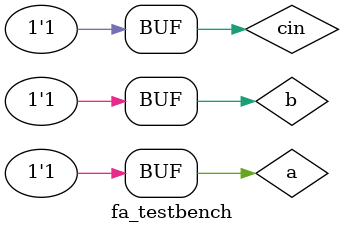
<source format=sv>
`timescale 1ns / 1ps


`timescale 1ns / 1ps
module fa_testbench;
logic a, b,cin , Cout, Sout;

/*
module full_adder(
input logic a,
input logic b,
input logic cin,
output logic Sout,  
output logic Cout  );
*/



full_adder fa(.a(a) , .b(b), .cin(cin), .Sout(Sout) , .Cout(Cout));

initial begin
	a = 1'b0; b = 1'b0; cin=0;
#5
	a = 1'b0; b = 1'b1; cin=0;
#5	
	a = 1'b1; b = 1'b0;cin=0;
#5
	a = 1'b1; b = 1'b1;cin=0;
#5	
	a = 1'b0; b = 1'b0; cin=1;
#5
	a = 1'b0; b = 1'b1;cin=1;
#5	
	a = 1'b1; b = 1'b0;cin=1;
#5
	a = 1'b1; b = 1'b1;	cin=1;
	
	
	
	
end
endmodule

</source>
